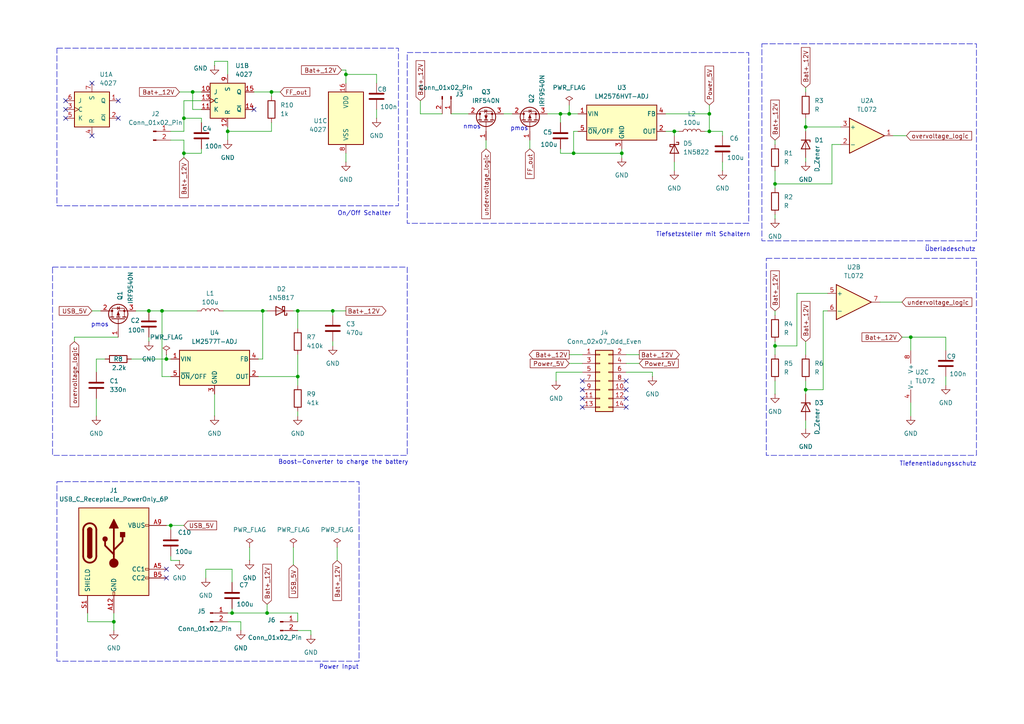
<source format=kicad_sch>
(kicad_sch (version 20231120) (generator "eeschema") (generator_version "8.0")
  (paper "A4")
  (lib_symbols
    (symbol "4xxx:4027" (pin_names (offset 1.016))
      (property "Reference" "U" (at -7.62 8.89 0))
      (property "Value" "4027" (at -7.62 -8.89 0))
      (symbol "4027_1_1"
        (rectangle (start -5.08 5.08) (end 5.08 -5.08) (stroke (width 0.254)) (fill (type background)))
        (pin output line (at 7.62 2.54 180) (length 2.54) (name "Q") (number "1"))
        (pin output line (at 7.62 -2.54 180) (length 2.54) (name "~{Q}") (number "2"))
        (pin input clock (at -7.62 0 0) (length 2.54) (name "C") (number "3"))
        (pin input line (at 0 -7.62 90) (length 2.54) (name "R") (number "4"))
        (pin input line (at -7.62 -2.54 0) (length 2.54) (name "K") (number "5"))
        (pin input line (at -7.62 2.54 0) (length 2.54) (name "J") (number "6"))
        (pin input line (at 0 7.62 270) (length 2.54) (name "S") (number "7"))
      )
      (symbol "4027_2_1"
        (rectangle (start -5.08 5.08) (end 5.08 -5.08) (stroke (width 0.254)) (fill (type background)))
        (pin input line (at -7.62 2.54 0) (length 2.54) (name "J") (number "10"))
        (pin input line (at -7.62 -2.54 0) (length 2.54) (name "K") (number "11"))
        (pin input line (at 0 -7.62 90) (length 2.54) (name "R") (number "12"))
        (pin input clock (at -7.62 0 0) (length 2.54) (name "C") (number "13"))
        (pin output line (at 7.62 -2.54 180) (length 2.54) (name "~{Q}") (number "14"))
        (pin output line (at 7.62 2.54 180) (length 2.54) (name "Q") (number "15"))
        (pin input line (at 0 7.62 270) (length 2.54) (name "S") (number "9"))
      )
      (symbol "4027_3_0"
        (pin power_in line (at 0 10.16 270) (length 2.54) (name "VDD") (number "16"))
        (pin power_in line (at 0 -10.16 90) (length 2.54) (name "VSS") (number "8"))
      )
      (symbol "4027_3_1"
        (rectangle (start -5.08 7.62) (end 5.08 -7.62) (stroke (width 0.254)) (fill (type background)))
      )
    )
    (symbol "Amplifier_Operational:TL072" (pin_names (offset 0.127))
      (property "Reference" "U" (at 0 5.08 0))
      (property "Value" "TL072" (at 0 -5.08 0))
      (symbol "TL072_1_1"
        (polyline (pts (xy -5.08 5.08) (xy 5.08 0) (xy -5.08 -5.08) (xy -5.08 5.08)) (stroke (width 0.254)) (fill (type background)))
        (pin output line (at 7.62 0 180) (length 2.54) (name "~") (number "1"))
        (pin input line (at -7.62 -2.54 0) (length 2.54) (name "-") (number "2"))
        (pin input line (at -7.62 2.54 0) (length 2.54) (name "+") (number "3"))
      )
      (symbol "TL072_2_1"
        (polyline (pts (xy -5.08 5.08) (xy 5.08 0) (xy -5.08 -5.08) (xy -5.08 5.08)) (stroke (width 0.254)) (fill (type background)))
        (pin input line (at -7.62 2.54 0) (length 2.54) (name "+") (number "5"))
        (pin input line (at -7.62 -2.54 0) (length 2.54) (name "-") (number "6"))
        (pin output line (at 7.62 0 180) (length 2.54) (name "~") (number "7"))
      )
      (symbol "TL072_3_1"
        (pin power_in line (at -2.54 -7.62 90) (length 3.81) (name "V-") (number "4"))
        (pin power_in line (at -2.54 7.62 270) (length 3.81) (name "V+") (number "8"))
      )
    )
    (symbol "Connector:Conn_01x02_Pin" (pin_names (offset 1.016) hide)
      (property "Reference" "J" (at 0 2.54 0))
      (property "Value" "Conn_01x02_Pin" (at 0 -5.08 0))
      (symbol "Conn_01x02_Pin_1_1"
        (polyline (pts (xy 1.27 -2.54) (xy 0.8636 -2.54)) (stroke (width 0.1524)))
        (polyline (pts (xy 1.27 0) (xy 0.8636 0)) (stroke (width 0.1524)))
        (rectangle (start 0.8636 -2.413) (end 0 -2.667) (stroke (width 0.1524)) (fill (type outline)))
        (rectangle (start 0.8636 0.127) (end 0 -0.127) (stroke (width 0.1524)) (fill (type outline)))
        (pin passive line (at 5.08 0 180) (length 3.81) (name "Pin_1") (number "1"))
        (pin passive line (at 5.08 -2.54 180) (length 3.81) (name "Pin_2") (number "2"))
      )
    )
    (symbol "Connector:USB_C_Receptacle_PowerOnly_6P" (pin_names (offset 1.016))
      (property "Reference" "J" (at 0 16.51 0))
      (property "Value" "USB_C_Receptacle_PowerOnly_6P" (at 0 13.97 0))
      (symbol "USB_C_Receptacle_PowerOnly_6P_0_0"
        (rectangle (start -0.254 -12.7) (end 0.254 -11.684))
        (rectangle (start 10.16 -7.366) (end 9.144 -7.874))
        (rectangle (start 10.16 -4.826) (end 9.144 -5.334))
        (rectangle (start 10.16 7.874) (end 9.144 7.366))
      )
      (symbol "USB_C_Receptacle_PowerOnly_6P_0_1"
        (rectangle (start -10.16 12.7) (end 10.16 -12.7) (stroke (width 0.254)) (fill (type background)))
        (arc (start -8.89 -1.27) (mid -6.985 -3.1667) (end -5.08 -1.27) (stroke (width 0.508)))
        (arc (start -7.62 -1.27) (mid -6.985 -1.9023) (end -6.35 -1.27) (stroke (width 0.254)))
        (arc (start -7.62 -1.27) (mid -6.985 -1.9023) (end -6.35 -1.27) (stroke (width 0.254)) (fill (type outline)))
        (rectangle (start -7.62 -1.27) (end -6.35 6.35) (stroke (width 0.254)) (fill (type outline)))
        (arc (start -6.35 6.35) (mid -6.985 6.9823) (end -7.62 6.35) (stroke (width 0.254)))
        (arc (start -6.35 6.35) (mid -6.985 6.9823) (end -7.62 6.35) (stroke (width 0.254)) (fill (type outline)))
        (arc (start -5.08 6.35) (mid -6.985 8.2467) (end -8.89 6.35) (stroke (width 0.508)))
        (circle (center -2.54 3.683) (radius 0.635) (stroke (width 0.254)) (fill (type outline)))
        (circle (center 0 -3.302) (radius 1.27) (fill (type outline)))
        (polyline (pts (xy -8.89 -1.27) (xy -8.89 6.35)) (stroke (width 0.508)))
        (polyline (pts (xy -5.08 6.35) (xy -5.08 -1.27)) (stroke (width 0.508)))
        (polyline (pts (xy 0 -3.302) (xy 0 6.858)) (stroke (width 0.508)))
        (polyline (pts (xy 0 -0.762) (xy -2.54 1.778) (xy -2.54 3.048)) (stroke (width 0.508)))
        (polyline (pts (xy 0 0.508) (xy 2.54 3.048) (xy 2.54 4.318)) (stroke (width 0.508)))
        (polyline (pts (xy -1.27 6.858) (xy 0 9.398) (xy 1.27 6.858) (xy -1.27 6.858)) (stroke (width 0.254)) (fill (type outline)))
        (rectangle (start 1.905 4.318) (end 3.175 5.588) (stroke (width 0.254)) (fill (type outline)))
      )
      (symbol "USB_C_Receptacle_PowerOnly_6P_1_1"
        (pin passive line (at 0 -17.78 90) (length 5.08) (name "GND") (number "A12"))
        (pin bidirectional line (at 15.24 -5.08 180) (length 5.08) (name "CC1") (number "A5"))
        (pin passive line (at 15.24 7.62 180) (length 5.08) (name "VBUS") (number "A9"))
        (pin passive line (at 0 -17.78 90) (length 5.08) hide (name "GND") (number "B12"))
        (pin bidirectional line (at 15.24 -7.62 180) (length 5.08) (name "CC2") (number "B5"))
        (pin passive line (at 15.24 7.62 180) (length 5.08) hide (name "VBUS") (number "B9"))
        (pin passive line (at -7.62 -17.78 90) (length 5.08) (name "SHIELD") (number "S1"))
      )
    )
    (symbol "Connector_Generic:Conn_02x07_Odd_Even" (pin_names (offset 1.016) hide)
      (property "Reference" "J" (at 1.27 10.16 0))
      (property "Value" "Conn_02x07_Odd_Even" (at 1.27 -10.16 0))
      (symbol "Conn_02x07_Odd_Even_1_1"
        (rectangle (start -1.27 -7.493) (end 0 -7.747) (stroke (width 0.1524)))
        (rectangle (start -1.27 -4.953) (end 0 -5.207) (stroke (width 0.1524)))
        (rectangle (start -1.27 -2.413) (end 0 -2.667) (stroke (width 0.1524)))
        (rectangle (start -1.27 0.127) (end 0 -0.127) (stroke (width 0.1524)))
        (rectangle (start -1.27 2.667) (end 0 2.413) (stroke (width 0.1524)))
        (rectangle (start -1.27 5.207) (end 0 4.953) (stroke (width 0.1524)))
        (rectangle (start -1.27 7.747) (end 0 7.493) (stroke (width 0.1524)))
        (rectangle (start -1.27 8.89) (end 3.81 -8.89) (stroke (width 0.254)) (fill (type background)))
        (rectangle (start 3.81 -7.493) (end 2.54 -7.747) (stroke (width 0.1524)))
        (rectangle (start 3.81 -4.953) (end 2.54 -5.207) (stroke (width 0.1524)))
        (rectangle (start 3.81 -2.413) (end 2.54 -2.667) (stroke (width 0.1524)))
        (rectangle (start 3.81 0.127) (end 2.54 -0.127) (stroke (width 0.1524)))
        (rectangle (start 3.81 2.667) (end 2.54 2.413) (stroke (width 0.1524)))
        (rectangle (start 3.81 5.207) (end 2.54 4.953) (stroke (width 0.1524)))
        (rectangle (start 3.81 7.747) (end 2.54 7.493) (stroke (width 0.1524)))
        (pin passive line (at -5.08 7.62 0) (length 3.81) (name "Pin_1") (number "1"))
        (pin passive line (at 7.62 -2.54 180) (length 3.81) (name "Pin_10") (number "10"))
        (pin passive line (at -5.08 -5.08 0) (length 3.81) (name "Pin_11") (number "11"))
        (pin passive line (at 7.62 -5.08 180) (length 3.81) (name "Pin_12") (number "12"))
        (pin passive line (at -5.08 -7.62 0) (length 3.81) (name "Pin_13") (number "13"))
        (pin passive line (at 7.62 -7.62 180) (length 3.81) (name "Pin_14") (number "14"))
        (pin passive line (at 7.62 7.62 180) (length 3.81) (name "Pin_2") (number "2"))
        (pin passive line (at -5.08 5.08 0) (length 3.81) (name "Pin_3") (number "3"))
        (pin passive line (at 7.62 5.08 180) (length 3.81) (name "Pin_4") (number "4"))
        (pin passive line (at -5.08 2.54 0) (length 3.81) (name "Pin_5") (number "5"))
        (pin passive line (at 7.62 2.54 180) (length 3.81) (name "Pin_6") (number "6"))
        (pin passive line (at -5.08 0 0) (length 3.81) (name "Pin_7") (number "7"))
        (pin passive line (at 7.62 0 180) (length 3.81) (name "Pin_8") (number "8"))
        (pin passive line (at -5.08 -2.54 0) (length 3.81) (name "Pin_9") (number "9"))
      )
    )
    (symbol "Device:C" (pin_numbers hide) (pin_names (offset 0.254))
      (property "Reference" "C" (at 0.635 2.54 0))
      (property "Value" "C" (at 0.635 -2.54 0))
      (symbol "C_0_1"
        (polyline (pts (xy -2.032 -0.762) (xy 2.032 -0.762)) (stroke (width 0.508)))
        (polyline (pts (xy -2.032 0.762) (xy 2.032 0.762)) (stroke (width 0.508)))
      )
      (symbol "C_1_1"
        (pin passive line (at 0 3.81 270) (length 2.794) (name "~") (number "1"))
        (pin passive line (at 0 -3.81 90) (length 2.794) (name "~") (number "2"))
      )
    )
    (symbol "Device:D_Zener" (pin_numbers hide) (pin_names (offset 1.016) hide)
      (property "Reference" "D" (at 0 2.54 0))
      (property "Value" "D_Zener" (at 0 -2.54 0))
      (symbol "D_Zener_0_1"
        (polyline (pts (xy 1.27 0) (xy -1.27 0)))
        (polyline (pts (xy -1.27 -1.27) (xy -1.27 1.27) (xy -0.762 1.27)) (stroke (width 0.254)))
        (polyline (pts (xy 1.27 -1.27) (xy 1.27 1.27) (xy -1.27 0) (xy 1.27 -1.27)) (stroke (width 0.254)))
      )
      (symbol "D_Zener_1_1"
        (pin passive line (at -3.81 0 0) (length 2.54) (name "K") (number "1"))
        (pin passive line (at 3.81 0 180) (length 2.54) (name "A") (number "2"))
      )
    )
    (symbol "Device:L" (pin_numbers hide) (pin_names (offset 1.016) hide)
      (property "Reference" "L" (at -1.27 0 90))
      (property "Value" "L" (at 1.905 0 90))
      (symbol "L_0_1"
        (arc (start 0 -2.54) (mid 0.6323 -1.905) (end 0 -1.27))
        (arc (start 0 -1.27) (mid 0.6323 -0.635) (end 0 0))
        (arc (start 0 0) (mid 0.6323 0.635) (end 0 1.27))
        (arc (start 0 1.27) (mid 0.6323 1.905) (end 0 2.54))
      )
      (symbol "L_1_1"
        (pin passive line (at 0 3.81 270) (length 1.27) (name "1") (number "1"))
        (pin passive line (at 0 -3.81 90) (length 1.27) (name "2") (number "2"))
      )
    )
    (symbol "Device:R" (pin_numbers hide) (pin_names (offset 0))
      (property "Reference" "R" (at 2.032 0 90))
      (property "Value" "R" (at 0 0 90))
      (symbol "R_0_1"
        (rectangle (start -1.016 -2.54) (end 1.016 2.54) (stroke (width 0.254)))
      )
      (symbol "R_1_1"
        (pin passive line (at 0 3.81 270) (length 1.27) (name "~") (number "1"))
        (pin passive line (at 0 -3.81 90) (length 1.27) (name "~") (number "2"))
      )
    )
    (symbol "Diode:1N5817" (pin_numbers hide) (pin_names (offset 1.016) hide)
      (property "Reference" "D" (at 0 2.54 0))
      (property "Value" "1N5817" (at 0 -2.54 0))
      (symbol "1N5817_0_1"
        (polyline (pts (xy 1.27 0) (xy -1.27 0)))
        (polyline (pts (xy 1.27 1.27) (xy 1.27 -1.27) (xy -1.27 0) (xy 1.27 1.27)) (stroke (width 0.254)))
        (polyline (pts (xy -1.905 0.635) (xy -1.905 1.27) (xy -1.27 1.27) (xy -1.27 -1.27) (xy -0.635 -1.27) (xy -0.635 -0.635)) (stroke (width 0.254)))
      )
      (symbol "1N5817_1_1"
        (pin passive line (at -3.81 0 0) (length 2.54) (name "K") (number "1"))
        (pin passive line (at 3.81 0 180) (length 2.54) (name "A") (number "2"))
      )
    )
    (symbol "Diode:1N5822" (pin_numbers hide) (pin_names (offset 1.016) hide)
      (property "Reference" "D" (at 0 2.54 0))
      (property "Value" "1N5822" (at 0 -2.54 0))
      (symbol "1N5822_0_1"
        (polyline (pts (xy 1.27 0) (xy -1.27 0)))
        (polyline (pts (xy 1.27 1.27) (xy 1.27 -1.27) (xy -1.27 0) (xy 1.27 1.27)) (stroke (width 0.254)))
        (polyline (pts (xy -1.905 0.635) (xy -1.905 1.27) (xy -1.27 1.27) (xy -1.27 -1.27) (xy -0.635 -1.27) (xy -0.635 -0.635)) (stroke (width 0.254)))
      )
      (symbol "1N5822_1_1"
        (pin passive line (at -3.81 0 0) (length 2.54) (name "K") (number "1"))
        (pin passive line (at 3.81 0 180) (length 2.54) (name "A") (number "2"))
      )
    )
    (symbol "Regulator_Switching:LM2576HVT-ADJ" (pin_names (offset 0.254))
      (property "Reference" "U" (at -10.16 6.35 0))
      (property "Value" "LM2576HVT-ADJ" (at 0 6.35 0))
      (symbol "LM2576HVT-ADJ_0_1"
        (rectangle (start -10.16 5.08) (end 10.16 -5.08) (stroke (width 0.254)) (fill (type background)))
      )
      (symbol "LM2576HVT-ADJ_1_1"
        (pin power_in line (at -12.7 2.54 0) (length 2.54) (name "VIN") (number "1"))
        (pin output line (at 12.7 -2.54 180) (length 2.54) (name "OUT") (number "2"))
        (pin power_in line (at 0 -7.62 90) (length 2.54) (name "GND") (number "3"))
        (pin input line (at 12.7 2.54 180) (length 2.54) (name "FB") (number "4"))
        (pin input line (at -12.7 -2.54 0) (length 2.54) (name "~{ON}/OFF") (number "5"))
      )
    )
    (symbol "Transistor_FET:IRF540N" (pin_names hide)
      (property "Reference" "Q" (at 5.08 1.905 0))
      (property "Value" "IRF540N" (at 5.08 0 0))
      (symbol "IRF540N_0_1"
        (polyline (pts (xy 0.254 0) (xy -2.54 0)))
        (polyline (pts (xy 0.254 1.905) (xy 0.254 -1.905)) (stroke (width 0.254)))
        (polyline (pts (xy 0.762 -1.27) (xy 0.762 -2.286)) (stroke (width 0.254)))
        (polyline (pts (xy 0.762 0.508) (xy 0.762 -0.508)) (stroke (width 0.254)))
        (polyline (pts (xy 0.762 2.286) (xy 0.762 1.27)) (stroke (width 0.254)))
        (polyline (pts (xy 2.54 2.54) (xy 2.54 1.778)))
        (polyline (pts (xy 2.54 -2.54) (xy 2.54 0) (xy 0.762 0)))
        (polyline (pts (xy 0.762 -1.778) (xy 3.302 -1.778) (xy 3.302 1.778) (xy 0.762 1.778)))
        (polyline (pts (xy 1.016 0) (xy 2.032 0.381) (xy 2.032 -0.381) (xy 1.016 0)) (fill (type outline)))
        (polyline (pts (xy 2.794 0.508) (xy 2.921 0.381) (xy 3.683 0.381) (xy 3.81 0.254)))
        (polyline (pts (xy 3.302 0.381) (xy 2.921 -0.254) (xy 3.683 -0.254) (xy 3.302 0.381)))
        (circle (center 1.651 0) (radius 2.794) (stroke (width 0.254)))
        (circle (center 2.54 -1.778) (radius 0.254) (fill (type outline)))
        (circle (center 2.54 1.778) (radius 0.254) (fill (type outline)))
      )
      (symbol "IRF540N_1_1"
        (pin input line (at -5.08 0 0) (length 2.54) (name "G") (number "1"))
        (pin passive line (at 2.54 5.08 270) (length 2.54) (name "D") (number "2"))
        (pin passive line (at 2.54 -5.08 90) (length 2.54) (name "S") (number "3"))
      )
    )
    (symbol "Transistor_FET:IRF9540N" (pin_names hide)
      (property "Reference" "Q" (at 5.08 1.905 0))
      (property "Value" "IRF9540N" (at 5.08 0 0))
      (symbol "IRF9540N_0_1"
        (polyline (pts (xy 0.254 0) (xy -2.54 0)))
        (polyline (pts (xy 0.254 1.905) (xy 0.254 -1.905)) (stroke (width 0.254)))
        (polyline (pts (xy 0.762 -1.27) (xy 0.762 -2.286)) (stroke (width 0.254)))
        (polyline (pts (xy 0.762 0.508) (xy 0.762 -0.508)) (stroke (width 0.254)))
        (polyline (pts (xy 0.762 2.286) (xy 0.762 1.27)) (stroke (width 0.254)))
        (polyline (pts (xy 2.54 2.54) (xy 2.54 1.778)))
        (polyline (pts (xy 2.54 -2.54) (xy 2.54 0) (xy 0.762 0)))
        (polyline (pts (xy 0.762 1.778) (xy 3.302 1.778) (xy 3.302 -1.778) (xy 0.762 -1.778)))
        (polyline (pts (xy 2.286 0) (xy 1.27 0.381) (xy 1.27 -0.381) (xy 2.286 0)) (fill (type outline)))
        (polyline (pts (xy 2.794 -0.508) (xy 2.921 -0.381) (xy 3.683 -0.381) (xy 3.81 -0.254)))
        (polyline (pts (xy 3.302 -0.381) (xy 2.921 0.254) (xy 3.683 0.254) (xy 3.302 -0.381)))
        (circle (center 1.651 0) (radius 2.794) (stroke (width 0.254)))
        (circle (center 2.54 -1.778) (radius 0.254) (fill (type outline)))
        (circle (center 2.54 1.778) (radius 0.254) (fill (type outline)))
      )
      (symbol "IRF9540N_1_1"
        (pin input line (at -5.08 0 0) (length 2.54) (name "G") (number "1"))
        (pin passive line (at 2.54 5.08 270) (length 2.54) (name "D") (number "2"))
        (pin passive line (at 2.54 -5.08 90) (length 2.54) (name "S") (number "3"))
      )
    )
    (symbol "power:GND" (power) (pin_numbers hide) (pin_names (offset 0) hide)
      (property "Value" "GND" (at 0 -3.81 0))
      (symbol "GND_0_1"
        (polyline (pts (xy 0 0) (xy 0 -1.27) (xy 1.27 -1.27) (xy 0 -2.54) (xy -1.27 -1.27) (xy 0 -1.27)))
      )
      (symbol "GND_1_1"
        (pin power_in line (at 0 0 270) (length 0) (name "~") (number "1"))
      )
    )
    (symbol "power:PWR_FLAG" (power) (pin_numbers hide) (pin_names (offset 0) hide)
      (property "Value" "PWR_FLAG" (at 0 3.81 0))
      (symbol "PWR_FLAG_0_0"
        (pin power_out line (at 0 0 90) (length 0) (name "~") (number "1"))
      )
      (symbol "PWR_FLAG_0_1"
        (polyline (pts (xy 0 0) (xy 0 1.27) (xy -1.016 1.905) (xy 0 2.54) (xy 1.016 1.905) (xy 0 1.27)))
      )
    )
  )
  (junction (at 48.26 104.14))
  (junction (at 195.58 38.1))
  (junction (at 166.37 44.45))
  (junction (at 66.04 38.1))
  (junction (at 55.88 26.67))
  (junction (at 96.52 90.17))
  (junction (at 205.74 33.02))
  (junction (at 224.79 100.33))
  (junction (at 233.68 36.83))
  (junction (at 86.36 109.22))
  (junction (at 180.34 44.45))
  (junction (at 49.53 152.4))
  (junction (at 86.36 90.17))
  (junction (at 224.79 53.34))
  (junction (at 162.56 33.02))
  (junction (at 233.68 113.03))
  (junction (at 53.34 34.29))
  (junction (at 78.74 26.67))
  (junction (at 46.99 90.17))
  (junction (at 43.18 90.17))
  (junction (at 100.33 21.59))
  (junction (at 264.16 97.79))
  (junction (at 165.1 33.02))
  (junction (at 67.31 177.8))
  (junction (at 53.34 44.45))
  (junction (at 77.47 177.8))
  (junction (at 76.2 90.17))
  (junction (at 205.74 38.1))
  (junction (at 33.02 180.34))
  (no_connect (at 181.61 113.03))
  (no_connect (at 34.29 29.21))
  (no_connect (at 168.91 118.11))
  (no_connect (at 19.05 34.29))
  (no_connect (at 48.26 165.1))
  (no_connect (at 26.67 24.13))
  (no_connect (at 181.61 110.49))
  (no_connect (at 48.26 167.64))
  (no_connect (at 19.05 29.21))
  (no_connect (at 181.61 115.57))
  (no_connect (at 168.91 115.57))
  (no_connect (at 26.67 39.37))
  (no_connect (at 181.61 118.11))
  (no_connect (at 19.05 31.75))
  (no_connect (at 168.91 110.49))
  (no_connect (at 73.66 31.75))
  (no_connect (at 34.29 34.29))
  (no_connect (at 168.91 113.03))
  (wire (pts (xy 99.06 20.32) (xy 100.33 20.32)))
  (wire (pts (xy 259.08 39.37) (xy 262.89 39.37)))
  (wire (pts (xy 209.55 46.99) (xy 209.55 49.53)))
  (wire (pts (xy 224.79 90.17) (xy 224.79 91.44)))
  (wire (pts (xy 49.53 40.64) (xy 53.34 40.64)))
  (wire (pts (xy 49.53 162.56) (xy 52.07 162.56)))
  (wire (pts (xy 86.36 182.88) (xy 90.17 182.88)))
  (wire (pts (xy 162.56 43.18) (xy 162.56 44.45)))
  (wire (pts (xy 52.07 26.67) (xy 55.88 26.67)))
  (wire (pts (xy 121.92 33.02) (xy 128.27 33.02)))
  (wire (pts (xy 48.26 104.14) (xy 49.53 104.14)))
  (wire (pts (xy 66.04 17.78) (xy 66.04 21.59)))
  (wire (pts (xy 205.74 38.1) (xy 209.55 38.1)))
  (wire (pts (xy 86.36 90.17) (xy 96.52 90.17)))
  (wire (pts (xy 43.18 97.79) (xy 43.18 99.06)))
  (wire (pts (xy 162.56 44.45) (xy 166.37 44.45)))
  (wire (pts (xy 62.23 114.3) (xy 62.23 120.65)))
  (wire (pts (xy 90.17 184.15) (xy 90.17 182.88)))
  (wire (pts (xy 46.99 90.17) (xy 57.15 90.17)))
  (wire (pts (xy 85.09 90.17) (xy 86.36 90.17)))
  (wire (pts (xy 261.62 97.79) (xy 264.16 97.79)))
  (wire (pts (xy 264.16 97.79) (xy 274.32 97.79)))
  (wire (pts (xy 233.68 110.49) (xy 233.68 113.03)))
  (wire (pts (xy 78.74 35.56) (xy 78.74 38.1)))
  (wire (pts (xy 76.2 90.17) (xy 77.47 90.17)))
  (wire (pts (xy 161.29 110.49) (xy 161.29 107.95)))
  (wire (pts (xy 264.16 116.84) (xy 264.16 120.65)))
  (wire (pts (xy 161.29 107.95) (xy 168.91 107.95)))
  (wire (pts (xy 53.34 38.1) (xy 53.34 34.29)))
  (wire (pts (xy 59.69 165.1) (xy 67.31 165.1)))
  (wire (pts (xy 195.58 38.1) (xy 196.85 38.1)))
  (wire (pts (xy 165.1 105.41) (xy 168.91 105.41)))
  (wire (pts (xy 86.36 109.22) (xy 86.36 111.76)))
  (wire (pts (xy 165.1 30.48) (xy 165.1 33.02)))
  (wire (pts (xy 233.68 99.06) (xy 233.68 102.87)))
  (wire (pts (xy 233.68 34.29) (xy 233.68 36.83)))
  (wire (pts (xy 66.04 38.1) (xy 66.04 40.64)))
  (wire (pts (xy 85.09 158.75) (xy 85.09 163.83)))
  (wire (pts (xy 233.68 113.03) (xy 233.68 114.3)))
  (wire (pts (xy 53.34 40.64) (xy 53.34 44.45)))
  (wire (pts (xy 100.33 20.32) (xy 100.33 21.59)))
  (wire (pts (xy 76.2 90.17) (xy 76.2 104.14)))
  (wire (pts (xy 55.88 26.67) (xy 58.42 26.67)))
  (wire (pts (xy 205.74 33.02) (xy 205.74 38.1)))
  (wire (pts (xy 46.99 90.17) (xy 46.99 109.22)))
  (wire (pts (xy 49.53 38.1) (xy 53.34 38.1)))
  (wire (pts (xy 55.88 26.67) (xy 55.88 31.75)))
  (wire (pts (xy 49.53 152.4) (xy 49.53 153.67)))
  (wire (pts (xy 66.04 177.8) (xy 67.31 177.8)))
  (wire (pts (xy 96.52 90.17) (xy 100.33 90.17)))
  (wire (pts (xy 109.22 31.75) (xy 109.22 34.29)))
  (wire (pts (xy 53.34 44.45) (xy 53.34 45.72)))
  (wire (pts (xy 74.93 109.22) (xy 86.36 109.22)))
  (wire (pts (xy 180.34 43.18) (xy 180.34 44.45)))
  (wire (pts (xy 86.36 102.87) (xy 86.36 109.22)))
  (wire (pts (xy 140.97 40.64) (xy 140.97 43.18)))
  (wire (pts (xy 72.39 158.75) (xy 72.39 162.56)))
  (wire (pts (xy 224.79 49.53) (xy 224.79 53.34)))
  (wire (pts (xy 233.68 121.92) (xy 233.68 124.46)))
  (wire (pts (xy 238.76 90.17) (xy 238.76 113.03)))
  (wire (pts (xy 97.79 158.75) (xy 97.79 162.56)))
  (wire (pts (xy 231.14 85.09) (xy 231.14 100.33)))
  (wire (pts (xy 100.33 21.59) (xy 100.33 24.13)))
  (wire (pts (xy 238.76 90.17) (xy 240.03 90.17)))
  (wire (pts (xy 162.56 33.02) (xy 165.1 33.02)))
  (wire (pts (xy 166.37 38.1) (xy 166.37 44.45)))
  (wire (pts (xy 64.77 90.17) (xy 76.2 90.17)))
  (wire (pts (xy 231.14 100.33) (xy 224.79 100.33)))
  (wire (pts (xy 78.74 38.1) (xy 66.04 38.1)))
  (wire (pts (xy 167.64 38.1) (xy 166.37 38.1)))
  (wire (pts (xy 53.34 29.21) (xy 58.42 29.21)))
  (wire (pts (xy 193.04 33.02) (xy 205.74 33.02)))
  (wire (pts (xy 27.94 104.14) (xy 27.94 107.95)))
  (wire (pts (xy 67.31 165.1) (xy 67.31 168.91)))
  (wire (pts (xy 21.59 99.06) (xy 21.59 97.79)))
  (wire (pts (xy 69.85 180.34) (xy 69.85 182.88)))
  (wire (pts (xy 73.66 26.67) (xy 78.74 26.67)))
  (wire (pts (xy 195.58 46.99) (xy 195.58 49.53)))
  (wire (pts (xy 26.67 90.17) (xy 29.21 90.17)))
  (wire (pts (xy 130.81 33.02) (xy 135.89 33.02)))
  (wire (pts (xy 224.79 99.06) (xy 224.79 100.33)))
  (wire (pts (xy 243.84 41.91) (xy 241.3 41.91)))
  (wire (pts (xy 189.23 107.95) (xy 181.61 107.95)))
  (wire (pts (xy 59.69 167.64) (xy 59.69 165.1)))
  (wire (pts (xy 274.32 109.22) (xy 274.32 111.76)))
  (wire (pts (xy 66.04 36.83) (xy 66.04 38.1)))
  (wire (pts (xy 233.68 36.83) (xy 243.84 36.83)))
  (wire (pts (xy 39.37 90.17) (xy 43.18 90.17)))
  (wire (pts (xy 96.52 99.06) (xy 96.52 100.33)))
  (wire (pts (xy 48.26 152.4) (xy 49.53 152.4)))
  (wire (pts (xy 241.3 53.34) (xy 224.79 53.34)))
  (wire (pts (xy 38.1 104.14) (xy 48.26 104.14)))
  (wire (pts (xy 86.36 180.34) (xy 86.36 177.8)))
  (wire (pts (xy 100.33 21.59) (xy 109.22 21.59)))
  (wire (pts (xy 46.99 109.22) (xy 49.53 109.22)))
  (wire (pts (xy 96.52 91.44) (xy 96.52 90.17)))
  (wire (pts (xy 180.34 44.45) (xy 180.34 45.72)))
  (wire (pts (xy 58.42 35.56) (xy 58.42 34.29)))
  (wire (pts (xy 264.16 97.79) (xy 264.16 101.6)))
  (wire (pts (xy 224.79 100.33) (xy 224.79 102.87)))
  (wire (pts (xy 205.74 30.48) (xy 205.74 33.02)))
  (wire (pts (xy 30.48 104.14) (xy 27.94 104.14)))
  (wire (pts (xy 195.58 38.1) (xy 195.58 39.37)))
  (wire (pts (xy 67.31 176.53) (xy 67.31 177.8)))
  (wire (pts (xy 166.37 44.45) (xy 180.34 44.45)))
  (wire (pts (xy 193.04 38.1) (xy 195.58 38.1)))
  (wire (pts (xy 189.23 109.22) (xy 189.23 107.95)))
  (wire (pts (xy 27.94 120.65) (xy 27.94 115.57)))
  (wire (pts (xy 77.47 177.8) (xy 86.36 177.8)))
  (wire (pts (xy 238.76 113.03) (xy 233.68 113.03)))
  (wire (pts (xy 146.05 33.02) (xy 148.59 33.02)))
  (wire (pts (xy 25.4 180.34) (xy 33.02 180.34)))
  (wire (pts (xy 78.74 26.67) (xy 78.74 27.94)))
  (wire (pts (xy 224.79 62.23) (xy 224.79 63.5)))
  (wire (pts (xy 43.18 90.17) (xy 46.99 90.17)))
  (wire (pts (xy 49.53 152.4) (xy 53.34 152.4)))
  (wire (pts (xy 58.42 31.75) (xy 55.88 31.75)))
  (wire (pts (xy 241.3 41.91) (xy 241.3 53.34)))
  (wire (pts (xy 274.32 101.6) (xy 274.32 97.79)))
  (wire (pts (xy 86.36 95.25) (xy 86.36 90.17)))
  (wire (pts (xy 48.26 102.87) (xy 48.26 104.14)))
  (wire (pts (xy 162.56 33.02) (xy 162.56 35.56)))
  (wire (pts (xy 158.75 33.02) (xy 162.56 33.02)))
  (wire (pts (xy 121.92 29.21) (xy 121.92 33.02)))
  (wire (pts (xy 233.68 45.72) (xy 233.68 46.99)))
  (wire (pts (xy 181.61 105.41) (xy 185.42 105.41)))
  (wire (pts (xy 74.93 104.14) (xy 76.2 104.14)))
  (wire (pts (xy 86.36 119.38) (xy 86.36 120.65)))
  (wire (pts (xy 66.04 180.34) (xy 69.85 180.34)))
  (wire (pts (xy 240.03 85.09) (xy 231.14 85.09)))
  (wire (pts (xy 78.74 26.67) (xy 81.28 26.67)))
  (wire (pts (xy 165.1 102.87) (xy 168.91 102.87)))
  (wire (pts (xy 165.1 33.02) (xy 167.64 33.02)))
  (wire (pts (xy 209.55 38.1) (xy 209.55 39.37)))
  (wire (pts (xy 224.79 110.49) (xy 224.79 114.3)))
  (wire (pts (xy 233.68 36.83) (xy 233.68 38.1)))
  (wire (pts (xy 58.42 43.18) (xy 58.42 44.45)))
  (wire (pts (xy 53.34 34.29) (xy 58.42 34.29)))
  (wire (pts (xy 62.23 17.78) (xy 66.04 17.78)))
  (wire (pts (xy 224.79 54.61) (xy 224.79 53.34)))
  (wire (pts (xy 67.31 177.8) (xy 77.47 177.8)))
  (wire (pts (xy 25.4 177.8) (xy 25.4 180.34)))
  (wire (pts (xy 100.33 44.45) (xy 100.33 46.99)))
  (wire (pts (xy 153.67 40.64) (xy 153.67 43.18)))
  (wire (pts (xy 33.02 180.34) (xy 33.02 182.88)))
  (wire (pts (xy 49.53 161.29) (xy 49.53 162.56)))
  (wire (pts (xy 255.27 87.63) (xy 261.62 87.63)))
  (wire (pts (xy 33.02 180.34) (xy 33.02 177.8)))
  (wire (pts (xy 53.34 44.45) (xy 58.42 44.45)))
  (wire (pts (xy 181.61 102.87) (xy 185.42 102.87)))
  (wire (pts (xy 53.34 34.29) (xy 53.34 29.21)))
  (wire (pts (xy 224.79 40.64) (xy 224.79 41.91)))
  (wire (pts (xy 62.23 19.05) (xy 62.23 17.78)))
  (wire (pts (xy 204.47 38.1) (xy 205.74 38.1)))
  (wire (pts (xy 21.59 97.79) (xy 34.29 97.79)))
  (wire (pts (xy 109.22 24.13) (xy 109.22 21.59)))
  (wire (pts (xy 233.68 25.4) (xy 233.68 26.67)))
  (wire (pts (xy 77.47 175.26) (xy 77.47 177.8)))
  (rectangle (start 220.98 12.7) (end 283.21 69.85) (stroke (width 0) (type dash)))
  (rectangle (start 16.51 139.7) (end 104.14 191.77) (stroke (width 0) (type dash)))
  (rectangle (start 118.11 15.24) (end 217.17 64.77) (stroke (width 0) (type dash)))
  (rectangle (start 15.24 77.47) (end 118.11 132.08) (stroke (width 0) (type dash)))
  (rectangle (start 222.25 74.93) (end 283.21 132.08) (stroke (width 0) (type dash)))
  (rectangle (start 16.51 13.97) (end 115.57 59.69) (stroke (width 0) (type dash)))
  (text "On/Off Schalter" (at 105.664 61.976 0) (effects (font (size 1.27 1.27))))
  (text "pmos" (at 28.956 94.234 0) (effects (font (size 1.27 1.27))))
  (text "Überladeschutz" (at 275.59 72.39 0) (effects (font (size 1.27 1.27))))
  (text "pmos" (at 150.622 37.338 0) (effects (font (size 1.27 1.27))))
  (text "Boost-Converter to charge the battery" (at 99.568 134.112 0) (effects (font (size 1.27 1.27))))
  (text "Tiefsetzsteller mit Schaltern" (at 203.962 68.072 0) (effects (font (size 1.27 1.27))))
  (text "Power Input" (at 98.298 193.548 0) (effects (font (size 1.27 1.27))))
  (text "nmos" (at 136.906 36.83 0) (effects (font (size 1.27 1.27))))
  (text "Tiefenentladungsschutz" (at 272.034 134.62 0) (effects (font (size 1.27 1.27))))
  (global_label "undervoltage_logic" (shape input) (at 140.97 43.18 270) (property "Intersheetrefs" "${INTERSHEET_REFS}" (effects (hide yes))))
  (global_label "Bat+_12V" (shape input) (at 233.68 25.4 90) (property "Intersheetrefs" "${INTERSHEET_REFS}" (effects (hide yes))))
  (global_label "Power_5V" (shape input) (at 165.1 105.41 180) (property "Intersheetrefs" "${INTERSHEET_REFS}" (effects (hide yes))))
  (global_label "Bat+_12V" (shape input) (at 97.79 162.56 270) (property "Intersheetrefs" "${INTERSHEET_REFS}" (effects (hide yes))))
  (global_label "Bat+_12V" (shape input) (at 53.34 45.72 270) (property "Intersheetrefs" "${INTERSHEET_REFS}" (effects (hide yes))))
  (global_label "Bat+_12V" (shape input) (at 224.79 40.64 90) (property "Intersheetrefs" "${INTERSHEET_REFS}" (effects (hide yes))))
  (global_label "Power_5V" (shape input) (at 205.74 30.48 90) (property "Intersheetrefs" "${INTERSHEET_REFS}" (effects (hide yes))))
  (global_label "Bat+_12V" (shape input) (at 52.07 26.67 180) (property "Intersheetrefs" "${INTERSHEET_REFS}" (effects (hide yes))))
  (global_label "FF_out" (shape input) (at 81.28 26.67 0) (property "Intersheetrefs" "${INTERSHEET_REFS}" (effects (hide yes))))
  (global_label "undervoltage_logic" (shape input) (at 261.62 87.63 0) (property "Intersheetrefs" "${INTERSHEET_REFS}" (effects (hide yes))))
  (global_label "USB_5V" (shape input) (at 53.34 152.4 0) (property "Intersheetrefs" "${INTERSHEET_REFS}" (effects (hide yes))))
  (global_label "Bat+_12V" (shape input) (at 261.62 97.79 180) (property "Intersheetrefs" "${INTERSHEET_REFS}" (effects (hide yes))))
  (global_label "Power_5V" (shape input) (at 185.42 105.41 0) (property "Intersheetrefs" "${INTERSHEET_REFS}" (effects (hide yes))))
  (global_label "Bat+_12V" (shape output) (at 185.42 102.87 0) (property "Intersheetrefs" "${INTERSHEET_REFS}" (effects (hide yes))))
  (global_label "Bat+_12V" (shape input) (at 224.79 90.17 90) (property "Intersheetrefs" "${INTERSHEET_REFS}" (effects (hide yes))))
  (global_label "overvoltage_logic" (shape input) (at 21.59 99.06 270) (property "Intersheetrefs" "${INTERSHEET_REFS}" (effects (hide yes))))
  (global_label "Bat+_12V" (shape output) (at 165.1 102.87 180) (property "Intersheetrefs" "${INTERSHEET_REFS}" (effects (hide yes))))
  (global_label "FF_out" (shape input) (at 153.67 43.18 270) (property "Intersheetrefs" "${INTERSHEET_REFS}" (effects (hide yes))))
  (global_label "USB_5V" (shape input) (at 26.67 90.17 180) (property "Intersheetrefs" "${INTERSHEET_REFS}" (effects (hide yes))))
  (global_label "Bat+_12V" (shape output) (at 100.33 90.17 0) (property "Intersheetrefs" "${INTERSHEET_REFS}" (effects (hide yes))))
  (global_label "Bat+_12V" (shape input) (at 233.68 99.06 90) (property "Intersheetrefs" "${INTERSHEET_REFS}" (effects (hide yes))))
  (global_label "overvoltage_logic" (shape input) (at 262.89 39.37 0) (property "Intersheetrefs" "${INTERSHEET_REFS}" (effects (hide yes))))
  (global_label "Bat+_12V" (shape input) (at 99.06 20.32 180) (property "Intersheetrefs" "${INTERSHEET_REFS}" (effects (hide yes))))
  (global_label "Bat+_12V" (shape input) (at 121.92 29.21 90) (property "Intersheetrefs" "${INTERSHEET_REFS}" (effects (hide yes))))
  (global_label "Bat+_12V" (shape input) (at 77.47 175.26 90) (property "Intersheetrefs" "${INTERSHEET_REFS}" (effects (hide yes))))
  (global_label "USB_5V" (shape input) (at 85.09 163.83 270) (property "Intersheetrefs" "${INTERSHEET_REFS}" (effects (hide yes))))
  (symbol (lib_id "Device:R") (at 34.29 104.14 270) (unit 1)
    (property "Reference" "R8" (at 34.29 104.14 90))
    (property "Value" "2.2k" (at 34.544 106.68 90))
    (property "Footprint" "Resistor_THT:R_Axial_DIN0207_L6.3mm_D2.5mm_P7.62mm_Horizontal" (effects (hide yes)))
    (property "Description" "Resistor" (effects (hide yes)))
  )
  (symbol (lib_id "power:GND") (at 27.94 120.65 0) (unit 1)
    (property "Reference" "#PWR013" (effects (hide yes)))
    (property "Value" "GND" (at 27.94 125.73 0))
    (property "Description" "Power symbol creates a global label with name \"GND\" , ground" (effects (hide yes)))
  )
  (symbol (lib_id "power:GND") (at 224.79 63.5 0) (unit 1)
    (property "Reference" "#PWR07" (effects (hide yes)))
    (property "Value" "GND" (at 224.79 68.58 0))
    (property "Description" "Power symbol creates a global label with name \"GND\" , ground" (effects (hide yes)))
  )
  (symbol (lib_id "power:GND") (at 69.85 182.88 0) (unit 1)
    (property "Reference" "#PWR021" (effects (hide yes)))
    (property "Value" "GND" (at 69.85 187.96 0))
    (property "Description" "Power symbol creates a global label with name \"GND\" , ground" (effects (hide yes)))
  )
  (symbol (lib_id "power:GND") (at 233.68 124.46 0) (unit 1)
    (property "Reference" "#PWR010" (effects (hide yes)))
    (property "Value" "GND" (at 233.68 129.54 0))
    (property "Description" "Power symbol creates a global label with name \"GND\" , ground" (effects (hide yes)))
  )
  (symbol (lib_id "power:GND") (at 90.17 184.15 0) (unit 1)
    (property "Reference" "#PWR026" (effects (hide yes)))
    (property "Value" "GND" (at 90.17 189.23 0))
    (property "Description" "Power symbol creates a global label with name \"GND\" , ground" (effects (hide yes)))
  )
  (symbol (lib_id "Device:D_Zener") (at 233.68 118.11 270) (unit 1)
    (property "Reference" "D3" (at 236.22 116.8399 90) (effects (justify left)))
    (property "Value" "D_Zener" (at 236.982 118.364 0) (effects (justify left)))
    (property "Footprint" "Diode_THT:D_A-405_P10.16mm_Horizontal" (effects (hide yes)))
    (property "Description" "Zener diode" (effects (hide yes)))
  )
  (symbol (lib_id "power:PWR_FLAG") (at 48.26 102.87 0) (unit 1)
    (property "Reference" "#FLG05" (effects (hide yes)))
    (property "Value" "PWR_FLAG" (at 48.26 97.79 0))
    (property "Description" "Special symbol for telling ERC where power comes from" (effects (hide yes)))
  )
  (symbol (lib_id "4xxx:4027") (at 26.67 31.75 0) (unit 1)
    (property "Reference" "U1" (at 28.8641 21.59 0) (effects (justify left)))
    (property "Value" "4027" (at 28.8641 24.13 0) (effects (justify left)))
    (property "Footprint" "Package_DIP:DIP-16_W7.62mm_Socket_LongPads" (effects (hide yes)))
    (property "Datasheet" "http://www.intersil.com/content/dam/Intersil/documents/cd40/cd4027bms.pdf" (effects (hide yes)))
    (property "Description" "Dual JK FlipFlop, set & reset" (effects (hide yes)))
  )
  (symbol (lib_id "Device:C") (at 109.22 27.94 0) (unit 1)
    (property "Reference" "C8" (at 109.474 25.908 0) (effects (justify left)))
    (property "Value" "100n" (at 110.236 30.988 0) (effects (justify left)))
    (property "Footprint" "Capacitor_THT:C_Disc_D5.0mm_W2.5mm_P2.50mm" (effects (hide yes)))
    (property "Description" "Unpolarized capacitor" (effects (hide yes)))
  )
  (symbol (lib_id "Device:L") (at 60.96 90.17 90) (unit 1)
    (property "Reference" "L1" (at 60.96 85.09 90))
    (property "Value" "100u" (at 60.96 87.63 90))
    (property "Footprint" "Inductor_THT:L_Radial_D6.0mm_P4.00mm" (effects (hide yes)))
    (property "Description" "Inductor" (effects (hide yes)))
  )
  (symbol (lib_id "power:GND") (at 33.02 182.88 0) (unit 1)
    (property "Reference" "#PWR01" (effects (hide yes)))
    (property "Value" "GND" (at 33.02 187.96 0))
    (property "Description" "Power symbol creates a global label with name \"GND\" , ground" (effects (hide yes)))
  )
  (symbol (lib_id "Device:R") (at 233.68 30.48 0) (unit 1)
    (property "Reference" "R3" (at 236.22 29.2099 0) (effects (justify left)))
    (property "Value" "R" (at 236.22 31.7499 0) (effects (justify left)))
    (property "Footprint" "Resistor_THT:R_Axial_DIN0207_L6.3mm_D2.5mm_P7.62mm_Horizontal" (effects (hide yes)))
    (property "Description" "Resistor" (effects (hide yes)))
  )
  (symbol (lib_id "Amplifier_Operational:TL072") (at 266.7 109.22 0) (unit 3)
    (property "Reference" "U2" (at 265.43 107.9499 0) (effects (justify left)))
    (property "Value" "TL072" (at 265.43 110.4899 0) (effects (justify left)))
    (property "Footprint" "Package_DIP:DIP-8_W7.62mm_Socket_LongPads" (effects (hide yes)))
    (property "Datasheet" "http://www.ti.com/lit/ds/symlink/tl071.pdf" (effects (hide yes)))
    (property "Description" "Dual Low-Noise JFET-Input Operational Amplifiers, DIP-8/SOIC-8" (effects (hide yes)))
  )
  (symbol (lib_id "power:GND") (at 264.16 120.65 0) (unit 1)
    (property "Reference" "#PWR06" (effects (hide yes)))
    (property "Value" "GND" (at 264.16 125.73 0))
    (property "Description" "Power symbol creates a global label with name \"GND\" , ground" (effects (hide yes)))
  )
  (symbol (lib_id "power:PWR_FLAG") (at 72.39 158.75 0) (unit 1)
    (property "Reference" "#FLG01" (effects (hide yes)))
    (property "Value" "PWR_FLAG" (at 72.39 153.67 0))
    (property "Description" "Special symbol for telling ERC where power comes from" (effects (hide yes)))
  )
  (symbol (lib_id "Device:D_Zener") (at 233.68 41.91 270) (unit 1)
    (property "Reference" "D1" (at 236.22 40.6399 90) (effects (justify left)))
    (property "Value" "D_Zener" (at 236.982 42.164 0) (effects (justify left)))
    (property "Footprint" "Diode_THT:D_A-405_P10.16mm_Horizontal" (effects (hide yes)))
    (property "Description" "Zener diode" (effects (hide yes)))
  )
  (symbol (lib_id "4xxx:4027") (at 100.33 34.29 0) (unit 3)
    (property "Reference" "U1" (at 90.932 35.052 0) (effects (justify left)))
    (property "Value" "4027" (at 89.662 37.592 0) (effects (justify left)))
    (property "Footprint" "Package_DIP:DIP-16_W7.62mm_Socket_LongPads" (effects (hide yes)))
    (property "Datasheet" "http://www.intersil.com/content/dam/Intersil/documents/cd40/cd4027bms.pdf" (effects (hide yes)))
    (property "Description" "Dual JK FlipFlop, set & reset" (effects (hide yes)))
  )
  (symbol (lib_id "Device:R") (at 224.79 106.68 0) (unit 1)
    (property "Reference" "R5" (at 227.33 105.4099 0) (effects (justify left)))
    (property "Value" "R" (at 227.33 107.9499 0) (effects (justify left)))
    (property "Footprint" "Resistor_THT:R_Axial_DIN0207_L6.3mm_D2.5mm_P7.62mm_Horizontal" (effects (hide yes)))
    (property "Description" "Resistor" (effects (hide yes)))
  )
  (symbol (lib_id "Regulator_Switching:LM2576HVT-ADJ") (at 180.34 35.56 0) (unit 1)
    (property "Reference" "U3" (at 180.34 25.4 0))
    (property "Value" "LM2576HVT-ADJ" (at 180.34 27.94 0))
    (property "Footprint" "Projektlabor:TO-220-5_Vertical_Brolab" (effects (hide yes)))
    (property "Datasheet" "http://www.ti.com/lit/ds/symlink/lm2576.pdf" (effects (hide yes)))
    (property "Description" "Adjustable Output Voltage, 3A SIMPLE SWITCHER® Step-Down Voltage Regulator, High Voltage Input, TO-220-5" (effects (hide yes)))
  )
  (symbol (lib_id "power:GND") (at 195.58 49.53 0) (unit 1)
    (property "Reference" "#PWR016" (effects (hide yes)))
    (property "Value" "GND" (at 195.58 54.61 0))
    (property "Description" "Power symbol creates a global label with name \"GND\" , ground" (effects (hide yes)))
  )
  (symbol (lib_id "power:GND") (at 189.23 109.22 0) (unit 1)
    (property "Reference" "#PWR019" (effects (hide yes)))
    (property "Value" "GND" (at 189.23 114.3 0))
    (property "Description" "Power symbol creates a global label with name \"GND\" , ground" (effects (hide yes)))
  )
  (symbol (lib_id "power:GND") (at 161.29 110.49 0) (unit 1)
    (property "Reference" "#PWR020" (effects (hide yes)))
    (property "Value" "GND" (at 161.29 115.57 0))
    (property "Description" "Power symbol creates a global label with name \"GND\" , ground" (effects (hide yes)))
  )
  (symbol (lib_id "Diode:1N5822") (at 195.58 43.18 270) (unit 1)
    (property "Reference" "D5" (at 198.12 41.5924 90) (effects (justify left)))
    (property "Value" "1N5822" (at 198.12 44.1324 90) (effects (justify left)))
    (property "Footprint" "Diode_THT:D_DO-41_SOD81_P10.16mm_Horizontal" (effects (hide yes)))
    (property "Datasheet" "http://www.vishay.com/docs/88526/1n5820.pdf" (effects (hide yes)))
    (property "Description" "40V 3A Schottky Barrier Rectifier Diode, DO-201AD" (effects (hide yes)))
  )
  (symbol (lib_id "Connector:Conn_01x02_Pin") (at 130.81 27.94 270) (unit 1)
    (property "Reference" "J3" (at 132.08 27.3049 90) (effects (justify left)))
    (property "Value" "Conn_01x02_Pin" (at 121.412 25.4 90) (effects (justify left)))
    (property "Footprint" "Connector_PinHeader_2.00mm:PinHeader_1x02_P2.00mm_Vertical" (effects (hide yes)))
    (property "Description" "Generic connector, single row, 01x02, script generated" (effects (hide yes)))
  )
  (symbol (lib_id "Amplifier_Operational:TL072") (at 247.65 87.63 0) (unit 2)
    (property "Reference" "U2" (at 247.65 77.47 0))
    (property "Value" "TL072" (at 247.65 80.01 0))
    (property "Footprint" "Package_DIP:DIP-8_W7.62mm_Socket_LongPads" (effects (hide yes)))
    (property "Datasheet" "http://www.ti.com/lit/ds/symlink/tl071.pdf" (effects (hide yes)))
    (property "Description" "Dual Low-Noise JFET-Input Operational Amplifiers, DIP-8/SOIC-8" (effects (hide yes)))
  )
  (symbol (lib_id "power:GND") (at 62.23 120.65 0) (unit 1)
    (property "Reference" "#PWR012" (effects (hide yes)))
    (property "Value" "GND" (at 62.23 125.73 0))
    (property "Description" "Power symbol creates a global label with name \"GND\" , ground" (effects (hide yes)))
  )
  (symbol (lib_id "Amplifier_Operational:TL072") (at 251.46 39.37 0) (unit 1)
    (property "Reference" "U2" (at 251.46 29.21 0))
    (property "Value" "TL072" (at 251.46 31.75 0))
    (property "Footprint" "Package_DIP:DIP-8_W7.62mm_Socket_LongPads" (effects (hide yes)))
    (property "Datasheet" "http://www.ti.com/lit/ds/symlink/tl071.pdf" (effects (hide yes)))
    (property "Description" "Dual Low-Noise JFET-Input Operational Amplifiers, DIP-8/SOIC-8" (effects (hide yes)))
  )
  (symbol (lib_id "Connector:Conn_01x02_Pin") (at 60.96 177.8 0) (unit 1)
    (property "Reference" "J5" (at 58.42 177.292 0))
    (property "Value" "Conn_01x02_Pin" (at 59.436 182.372 0))
    (property "Footprint" "Connector_PinHeader_2.00mm:PinHeader_1x02_P2.00mm_Vertical" (effects (hide yes)))
    (property "Description" "Generic connector, single row, 01x02, script generated" (effects (hide yes)))
  )
  (symbol (lib_id "power:GND") (at 100.33 46.99 0) (unit 1)
    (property "Reference" "#PWR05" (effects (hide yes)))
    (property "Value" "GND" (at 100.33 52.07 0))
    (property "Description" "Power symbol creates a global label with name \"GND\" , ground" (effects (hide yes)))
  )
  (symbol (lib_id "Device:C") (at 43.18 93.98 0) (unit 1)
    (property "Reference" "C2" (at 37.846 92.964 0) (effects (justify left)))
    (property "Value" "100n" (at 37.084 95.758 0) (effects (justify left)))
    (property "Footprint" "Capacitor_THT:C_Disc_D5.0mm_W2.5mm_P2.50mm" (effects (hide yes)))
    (property "Description" "Unpolarized capacitor" (effects (hide yes)))
  )
  (symbol (lib_id "power:GND") (at 109.22 34.29 0) (unit 1)
    (property "Reference" "#PWR023" (effects (hide yes)))
    (property "Value" "GND" (at 109.22 39.37 0))
    (property "Description" "Power symbol creates a global label with name \"GND\" , ground" (effects (hide yes)))
  )
  (symbol (lib_id "Device:C") (at 67.31 172.72 0) (unit 1)
    (property "Reference" "C7" (at 69.342 169.672 0) (effects (justify left)))
    (property "Value" "100u" (at 68.58 175.26 0) (effects (justify left)))
    (property "Footprint" "Capacitor_THT:C_Radial_D6.3mm_H11.0mm_P2.50mm" (effects (hide yes)))
    (property "Description" "Unpolarized capacitor" (effects (hide yes)))
  )
  (symbol (lib_id "power:GND") (at 233.68 46.99 0) (unit 1)
    (property "Reference" "#PWR08" (effects (hide yes)))
    (property "Value" "GND" (at 233.68 52.07 0))
    (property "Description" "Power symbol creates a global label with name \"GND\" , ground" (effects (hide yes)))
  )
  (symbol (lib_id "Device:R") (at 86.36 115.57 0) (unit 1)
    (property "Reference" "R9" (at 88.9 114.2999 0) (effects (justify left)))
    (property "Value" "41k" (at 88.9 116.8399 0) (effects (justify left)))
    (property "Footprint" "Resistor_THT:R_Axial_DIN0207_L6.3mm_D2.5mm_P7.62mm_Horizontal" (effects (hide yes)))
    (property "Description" "Resistor" (effects (hide yes)))
  )
  (symbol (lib_id "Connector:USB_C_Receptacle_PowerOnly_6P") (at 33.02 160.02 0) (unit 1)
    (property "Reference" "J1" (at 33.02 142.24 0))
    (property "Value" "USB_C_Receptacle_PowerOnly_6P" (at 33.02 144.78 0))
    (property "Footprint" "Connector_USB:USB_C_Receptacle_GCT_USB4125-xx-x-0190_6P_TopMnt_Horizontal" (effects (hide yes)))
    (property "Datasheet" "https://www.usb.org/sites/default/files/documents/usb_type-c.zip" (effects (hide yes)))
    (property "Description" "USB Power-Only 6P Type-C Receptacle connector" (effects (hide yes)))
  )
  (symbol (lib_id "power:PWR_FLAG") (at 97.79 158.75 0) (unit 1)
    (property "Reference" "#FLG03" (effects (hide yes)))
    (property "Value" "PWR_FLAG" (at 97.79 153.67 0))
    (property "Description" "Special symbol for telling ERC where power comes from" (effects (hide yes)))
  )
  (symbol (lib_id "Device:C") (at 274.32 105.41 0) (unit 1)
    (property "Reference" "C9" (at 274.574 103.378 0) (effects (justify left)))
    (property "Value" "100n" (at 275.336 108.458 0) (effects (justify left)))
    (property "Footprint" "Capacitor_THT:C_Disc_D5.0mm_W2.5mm_P2.50mm" (effects (hide yes)))
    (property "Description" "Unpolarized capacitor" (effects (hide yes)))
  )
  (symbol (lib_id "Device:R") (at 224.79 45.72 0) (unit 1)
    (property "Reference" "R1" (at 227.33 44.4499 0) (effects (justify left)))
    (property "Value" "R" (at 227.33 46.9899 0) (effects (justify left)))
    (property "Footprint" "Resistor_THT:R_Axial_DIN0207_L6.3mm_D2.5mm_P7.62mm_Horizontal" (effects (hide yes)))
    (property "Description" "Resistor" (effects (hide yes)))
  )
  (symbol (lib_id "power:GND") (at 274.32 111.76 0) (unit 1)
    (property "Reference" "#PWR024" (effects (hide yes)))
    (property "Value" "GND" (at 274.32 116.84 0))
    (property "Description" "Power symbol creates a global label with name \"GND\" , ground" (effects (hide yes)))
  )
  (symbol (lib_id "power:GND") (at 209.55 49.53 0) (unit 1)
    (property "Reference" "#PWR018" (effects (hide yes)))
    (property "Value" "GND" (at 209.55 54.61 0))
    (property "Description" "Power symbol creates a global label with name \"GND\" , ground" (effects (hide yes)))
  )
  (symbol (lib_id "power:GND") (at 224.79 114.3 0) (unit 1)
    (property "Reference" "#PWR09" (effects (hide yes)))
    (property "Value" "GND" (at 224.79 119.38 0))
    (property "Description" "Power symbol creates a global label with name \"GND\" , ground" (effects (hide yes)))
  )
  (symbol (lib_id "power:PWR_FLAG") (at 165.1 30.48 0) (unit 1)
    (property "Reference" "#FLG04" (effects (hide yes)))
    (property "Value" "PWR_FLAG" (at 165.1 25.4 0))
    (property "Description" "Special symbol for telling ERC where power comes from" (effects (hide yes)))
  )
  (symbol (lib_id "Device:C") (at 96.52 95.25 0) (unit 1)
    (property "Reference" "C3" (at 100.33 93.9799 0) (effects (justify left)))
    (property "Value" "470u" (at 100.33 96.5199 0) (effects (justify left)))
    (property "Footprint" "Capacitor_THT:C_Radial_D8.0mm_H11.5mm_P3.50mm" (effects (hide yes)))
    (property "Description" "Unpolarized capacitor" (effects (hide yes)))
  )
  (symbol (lib_id "Device:R") (at 86.36 99.06 0) (unit 1)
    (property "Reference" "R7" (at 88.9 97.7899 0) (effects (justify left)))
    (property "Value" "410k" (at 88.9 100.3299 0) (effects (justify left)))
    (property "Footprint" "Resistor_THT:R_Axial_DIN0207_L6.3mm_D2.5mm_P7.62mm_Horizontal" (effects (hide yes)))
    (property "Description" "Resistor" (effects (hide yes)))
  )
  (symbol (lib_id "power:GND") (at 43.18 99.06 0) (unit 1)
    (property "Reference" "#PWR014" (effects (hide yes)))
    (property "Value" "GND" (at 43.18 104.14 0))
    (property "Description" "Power symbol creates a global label with name \"GND\" , ground" (effects (hide yes)))
  )
  (symbol (lib_id "power:GND") (at 66.04 40.64 0) (unit 1)
    (property "Reference" "#PWR03" (effects (hide yes)))
    (property "Value" "GND" (at 66.04 45.72 0))
    (property "Description" "Power symbol creates a global label with name \"GND\" , ground" (effects (hide yes)))
  )
  (symbol (lib_id "power:PWR_FLAG") (at 85.09 158.75 0) (unit 1)
    (property "Reference" "#FLG02" (effects (hide yes)))
    (property "Value" "PWR_FLAG" (at 85.09 153.67 0))
    (property "Description" "Special symbol for telling ERC where power comes from" (effects (hide yes)))
  )
  (symbol (lib_id "Device:C") (at 58.42 39.37 0) (unit 1)
    (property "Reference" "C4" (at 58.674 37.338 0) (effects (justify left)))
    (property "Value" "100n" (at 59.436 42.418 0) (effects (justify left)))
    (property "Footprint" "Capacitor_THT:C_Disc_D5.0mm_W2.5mm_P2.50mm" (effects (hide yes)))
    (property "Description" "Unpolarized capacitor" (effects (hide yes)))
  )
  (symbol (lib_id "power:GND") (at 96.52 100.33 0) (unit 1)
    (property "Reference" "#PWR017" (effects (hide yes)))
    (property "Value" "GND" (at 96.52 105.41 0))
    (property "Description" "Power symbol creates a global label with name \"GND\" , ground" (effects (hide yes)))
  )
  (symbol (lib_id "Device:C") (at 162.56 39.37 0) (unit 1)
    (property "Reference" "C5" (at 157.48 38.354 0) (effects (justify left)))
    (property "Value" "100u" (at 156.718 41.91 0) (effects (justify left)))
    (property "Footprint" "Capacitor_THT:C_Radial_D6.3mm_H11.0mm_P2.50mm" (effects (hide yes)))
    (property "Description" "Unpolarized capacitor" (effects (hide yes)))
  )
  (symbol (lib_id "power:GND") (at 180.34 45.72 0) (unit 1)
    (property "Reference" "#PWR011" (effects (hide yes)))
    (property "Value" "GND" (at 180.34 50.8 0))
    (property "Description" "Power symbol creates a global label with name \"GND\" , ground" (effects (hide yes)))
  )
  (symbol (lib_id "Transistor_FET:IRF540N") (at 140.97 35.56 90) (unit 1)
    (property "Reference" "Q3" (at 140.97 26.67 90))
    (property "Value" "IRF540N" (at 140.97 29.21 90))
    (property "Footprint" "Package_TO_SOT_THT:TO-220-3_Vertical" (effects (hide yes)))
    (property "Datasheet" "http://www.irf.com/product-info/datasheets/data/irf540n.pdf" (effects (hide yes)))
    (property "Description" "33A Id, 100V Vds, HEXFET N-Channel MOSFET, TO-220" (effects (hide yes)))
  )
  (symbol (lib_id "Device:R") (at 224.79 58.42 0) (unit 1)
    (property "Reference" "R2" (at 227.33 57.1499 0) (effects (justify left)))
    (property "Value" "R" (at 227.33 59.6899 0) (effects (justify left)))
    (property "Footprint" "Resistor_THT:R_Axial_DIN0207_L6.3mm_D2.5mm_P7.62mm_Horizontal" (effects (hide yes)))
    (property "Description" "Resistor" (effects (hide yes)))
  )
  (symbol (lib_id "power:GND") (at 59.69 167.64 0) (unit 1)
    (property "Reference" "#PWR022" (effects (hide yes)))
    (property "Value" "GND" (at 59.69 172.72 0))
    (property "Description" "Power symbol creates a global label with name \"GND\" , ground" (effects (hide yes)))
  )
  (symbol (lib_id "Device:C") (at 49.53 157.48 0) (unit 1)
    (property "Reference" "C10" (at 51.562 154.432 0) (effects (justify left)))
    (property "Value" "100u" (at 50.8 160.02 0) (effects (justify left)))
    (property "Footprint" "Capacitor_THT:C_Radial_D6.3mm_H11.0mm_P2.50mm" (effects (hide yes)))
    (property "Description" "Unpolarized capacitor" (effects (hide yes)))
  )
  (symbol (lib_id "Connector:Conn_01x02_Pin") (at 44.45 38.1 0) (unit 1)
    (property "Reference" "J2" (at 45.085 33.02 0))
    (property "Value" "Conn_01x02_Pin" (at 45.085 35.56 0))
    (property "Footprint" "Connector_PinHeader_2.00mm:PinHeader_1x02_P2.00mm_Vertical" (effects (hide yes)))
    (property "Description" "Generic connector, single row, 01x02, script generated" (effects (hide yes)))
  )
  (symbol (lib_id "Transistor_FET:IRF9540N") (at 153.67 35.56 90) (unit 1)
    (property "Reference" "Q2" (at 154.178 29.972 0) (effects (justify left)))
    (property "Value" "IRF9540N" (at 157.226 30.988 0) (effects (justify left)))
    (property "Footprint" "Package_TO_SOT_THT:TO-220-3_Vertical" (effects (hide yes)))
    (property "Datasheet" "http://www.irf.com/product-info/datasheets/data/irf9540n.pdf" (effects (hide yes)))
    (property "Description" "-23A Id, -100V Vds, 117mOhm Rds, P-Channel HEXFET Power MOSFET, TO-220" (effects (hide yes)))
  )
  (symbol (lib_id "power:GND") (at 52.07 162.56 0) (unit 1)
    (property "Reference" "#PWR025" (effects (hide yes)))
    (property "Value" "GND" (at 52.07 167.64 0))
    (property "Description" "Power symbol creates a global label with name \"GND\" , ground" (effects (hide yes)))
  )
  (symbol (lib_id "power:GND") (at 86.36 120.65 0) (unit 1)
    (property "Reference" "#PWR015" (effects (hide yes)))
    (property "Value" "GND" (at 86.36 125.73 0))
    (property "Description" "Power symbol creates a global label with name \"GND\" , ground" (effects (hide yes)))
  )
  (symbol (lib_id "Transistor_FET:IRF9540N") (at 34.29 92.71 90) (unit 1)
    (property "Reference" "Q1" (at 34.798 87.122 0) (effects (justify left)))
    (property "Value" "IRF9540N" (at 37.846 88.138 0) (effects (justify left)))
    (property "Footprint" "Package_TO_SOT_THT:TO-220-3_Vertical" (effects (hide yes)))
    (property "Datasheet" "http://www.irf.com/product-info/datasheets/data/irf9540n.pdf" (effects (hide yes)))
    (property "Description" "-23A Id, -100V Vds, 117mOhm Rds, P-Channel HEXFET Power MOSFET, TO-220" (effects (hide yes)))
  )
  (symbol (lib_id "Device:C") (at 27.94 111.76 0) (unit 1)
    (property "Reference" "C1" (at 31.75 110.4899 0) (effects (justify left)))
    (property "Value" "330n" (at 31.75 113.0299 0) (effects (justify left)))
    (property "Footprint" "Capacitor_THT:C_Disc_D5.0mm_W2.5mm_P2.50mm" (effects (hide yes)))
    (property "Description" "Unpolarized capacitor" (effects (hide yes)))
  )
  (symbol (lib_id "power:GND") (at 62.23 19.05 0) (unit 1)
    (property "Reference" "#PWR04" (effects (hide yes)))
    (property "Value" "GND" (at 58.166 19.812 0))
    (property "Description" "Power symbol creates a global label with name \"GND\" , ground" (effects (hide yes)))
  )
  (symbol (lib_id "Device:R") (at 78.74 31.75 0) (unit 1)
    (property "Reference" "R10" (at 81.28 30.4799 0) (effects (justify left)))
    (property "Value" "1k" (at 81.28 33.0199 0) (effects (justify left)))
    (property "Footprint" "Resistor_THT:R_Axial_DIN0207_L6.3mm_D2.5mm_P7.62mm_Horizontal" (effects (hide yes)))
    (property "Description" "Resistor" (effects (hide yes)))
  )
  (symbol (lib_id "Connector:Conn_01x02_Pin") (at 81.28 180.34 0) (unit 1)
    (property "Reference" "J6" (at 78.74 179.832 0))
    (property "Value" "Conn_01x02_Pin" (at 79.756 184.912 0))
    (property "Footprint" "Connector_PinHeader_2.00mm:PinHeader_1x02_P2.00mm_Vertical" (effects (hide yes)))
    (property "Description" "Generic connector, single row, 01x02, script generated" (effects (hide yes)))
  )
  (symbol (lib_id "Device:R") (at 224.79 95.25 0) (unit 1)
    (property "Reference" "R4" (at 227.33 93.9799 0) (effects (justify left)))
    (property "Value" "R" (at 227.33 96.5199 0) (effects (justify left)))
    (property "Footprint" "Resistor_THT:R_Axial_DIN0207_L6.3mm_D2.5mm_P7.62mm_Horizontal" (effects (hide yes)))
    (property "Description" "Resistor" (effects (hide yes)))
  )
  (symbol (lib_id "Device:R") (at 233.68 106.68 0) (unit 1)
    (property "Reference" "R6" (at 236.22 105.4099 0) (effects (justify left)))
    (property "Value" "R" (at 236.22 107.9499 0) (effects (justify left)))
    (property "Footprint" "Resistor_THT:R_Axial_DIN0207_L6.3mm_D2.5mm_P7.62mm_Horizontal" (effects (hide yes)))
    (property "Description" "Resistor" (effects (hide yes)))
  )
  (symbol (lib_id "Device:C") (at 209.55 43.18 0) (unit 1)
    (property "Reference" "C6" (at 211.582 40.132 0) (effects (justify left)))
    (property "Value" "100u" (at 210.82 45.72 0) (effects (justify left)))
    (property "Footprint" "Capacitor_THT:C_Radial_D6.3mm_H11.0mm_P2.50mm" (effects (hide yes)))
    (property "Description" "Unpolarized capacitor" (effects (hide yes)))
  )
  (symbol (lib_id "Device:L") (at 200.66 38.1 90) (unit 1)
    (property "Reference" "L2" (at 200.66 33.02 90))
    (property "Value" "100u" (at 200.66 35.56 90))
    (property "Footprint" "Inductor_THT:L_Radial_D6.0mm_P4.00mm" (effects (hide yes)))
    (property "Description" "Inductor" (effects (hide yes)))
  )
  (symbol (lib_id "4xxx:4027") (at 66.04 29.21 0) (unit 2)
    (property "Reference" "U1" (at 68.2341 19.05 0) (effects (justify left)))
    (property "Value" "4027" (at 68.2341 21.59 0) (effects (justify left)))
    (property "Footprint" "Package_DIP:DIP-16_W7.62mm_Socket_LongPads" (effects (hide yes)))
    (property "Datasheet" "http://www.intersil.com/content/dam/Intersil/documents/cd40/cd4027bms.pdf" (effects (hide yes)))
    (property "Description" "Dual JK FlipFlop, set & reset" (effects (hide yes)))
  )
  (symbol (lib_id "Diode:1N5817") (at 81.28 90.17 180) (unit 1)
    (property "Reference" "D2" (at 81.5975 83.82 0))
    (property "Value" "1N5817" (at 81.5975 86.36 0))
    (property "Footprint" "Diode_THT:D_DO-41_SOD81_P10.16mm_Horizontal" (effects (hide yes)))
    (property "Datasheet" "http://www.vishay.com/docs/88525/1n5817.pdf" (effects (hide yes)))
    (property "Description" "20V 1A Schottky Barrier Rectifier Diode, DO-41" (effects (hide yes)))
  )
  (symbol (lib_id "power:GND") (at 72.39 162.56 0) (unit 1)
    (property "Reference" "#PWR02" (effects (hide yes)))
    (property "Value" "GND" (at 72.39 167.64 0))
    (property "Description" "Power symbol creates a global label with name \"GND\" , ground" (effects (hide yes)))
  )
  (symbol (lib_id "Regulator_Switching:LM2576HVT-ADJ") (at 62.23 106.68 0) (unit 1)
    (property "Reference" "U4" (at 62.23 96.52 0))
    (property "Value" "LM2577T-ADJ" (at 62.23 99.06 0))
    (property "Footprint" "Projektlabor:TO-220-5_Vertical_Brolab" (effects (hide yes)))
    (property "Datasheet" "http://www.ti.com/lit/ds/symlink/lm2576.pdf" (effects (hide yes)))
    (property "Description" "Adjustable Output Voltage, 3A SIMPLE SWITCHER® Step-Down Voltage Regulator, High Voltage Input, TO-220-5" (effects (hide yes)))
  )
  (symbol (lib_id "Connector_Generic:Conn_02x07_Odd_Even") (at 173.99 110.49 0) (unit 1)
    (property "Reference" "J4" (at 175.26 96.52 0))
    (property "Value" "Conn_02x07_Odd_Even" (at 175.26 99.06 0))
    (property "Footprint" "Projektlabor:Prolab_Busstecker" (effects (hide yes)))
    (property "Description" "Generic connector, double row, 02x07, odd/even pin numbering scheme (row 1 odd numbers, row 2 even numbers), script generated (kicad-library-utils/schlib/autogen/connector/)" (effects (hide yes)))
  )
)
</source>
